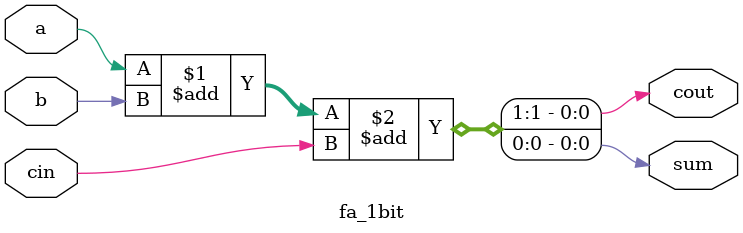
<source format=v>
module fa_1bit(a,b,cin,sum,cout);
input a,b,cin;
output sum,cout;
assign {cout,sum}=a+b+cin; 
endmodule

</source>
